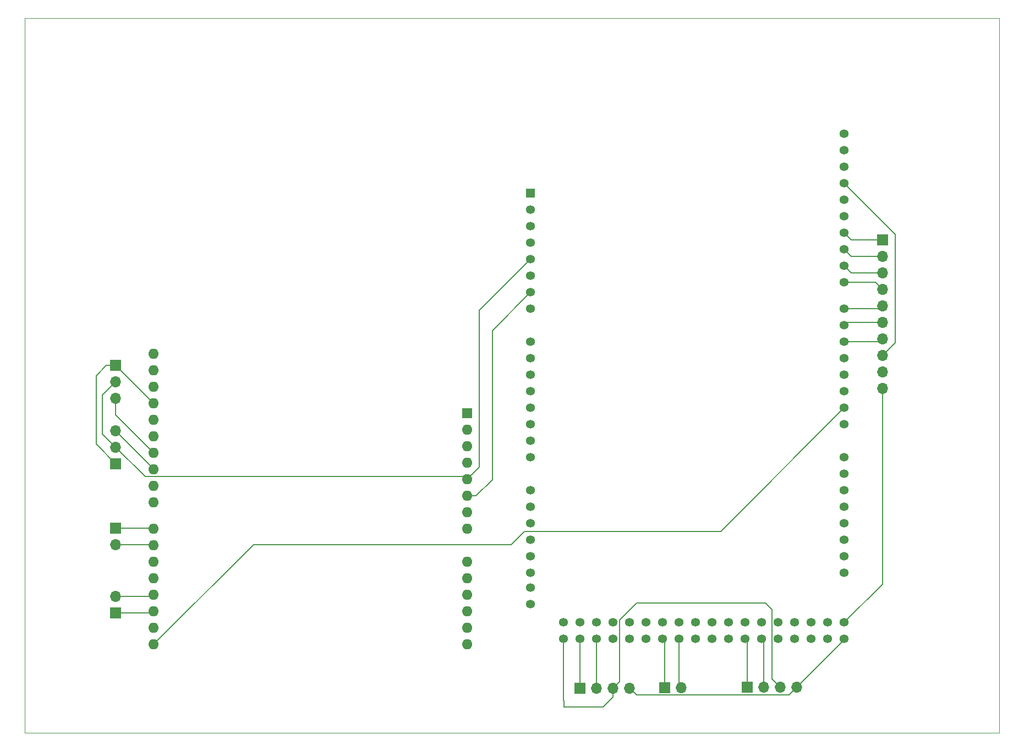
<source format=gbr>
%TF.GenerationSoftware,KiCad,Pcbnew,8.0.3*%
%TF.CreationDate,2024-07-17T21:27:30+08:00*%
%TF.ProjectId,prp_circuit_board,7072705f-6369-4726-9375-69745f626f61,rev?*%
%TF.SameCoordinates,Original*%
%TF.FileFunction,Profile,NP*%
%FSLAX46Y46*%
G04 Gerber Fmt 4.6, Leading zero omitted, Abs format (unit mm)*
G04 Created by KiCad (PCBNEW 8.0.3) date 2024-07-17 21:27:30*
%MOMM*%
%LPD*%
G01*
G04 APERTURE LIST*
%TA.AperFunction,Profile*%
%ADD10C,0.050000*%
%TD*%
%TA.AperFunction,ComponentPad*%
%ADD11R,1.700000X1.700000*%
%TD*%
%TA.AperFunction,ComponentPad*%
%ADD12O,1.700000X1.700000*%
%TD*%
%TA.AperFunction,ComponentPad*%
%ADD13C,1.358000*%
%TD*%
%TA.AperFunction,ComponentPad*%
%ADD14R,1.358000X1.358000*%
%TD*%
%TA.AperFunction,ComponentPad*%
%ADD15R,1.600000X1.600000*%
%TD*%
%TA.AperFunction,ComponentPad*%
%ADD16O,1.600000X1.600000*%
%TD*%
%TA.AperFunction,Conductor*%
%ADD17C,0.200000*%
%TD*%
G04 APERTURE END LIST*
D10*
X170000000Y-40000000D02*
X20000000Y-40000000D01*
X20000000Y-150000000D02*
X170000000Y-150000000D01*
X170000000Y-150000000D02*
X170000000Y-40000000D01*
X20000000Y-40000000D02*
X20000000Y-150000000D01*
D11*
%TO.P,VALVE1,1,Pin_1*%
%TO.N,Net-(VALVE1-Pin_1)*%
X105460000Y-143082826D03*
D12*
%TO.P,VALVE1,2,Pin_2*%
%TO.N,Net-(VALVE1-Pin_2)*%
X108000000Y-143082826D03*
%TO.P,VALVE1,3,Pin_3*%
%TO.N,GND*%
X110540000Y-143082826D03*
%TO.P,VALVE1,4,Pin_4*%
%TO.N,+5V*%
X113080000Y-143082826D03*
%TD*%
D11*
%TO.P,Receiver1,1,Pin_1*%
%TO.N,JOYSTICK_RIGHT_X*%
X152000000Y-74140000D03*
D12*
%TO.P,Receiver1,2,Pin_2*%
%TO.N,JOYSTICK_RIGHT_Y*%
X152000000Y-76680000D03*
%TO.P,Receiver1,3,Pin_3*%
%TO.N,JOYSTICK_LEFT_Y*%
X152000000Y-79220000D03*
%TO.P,Receiver1,4,Pin_4*%
%TO.N,JOYSTICK_LEFT_X*%
X152000000Y-81760000D03*
%TO.P,Receiver1,5,Pin_5*%
%TO.N,CH6_SIGNAL*%
X152000000Y-84300000D03*
%TO.P,Receiver1,6,Pin_6*%
%TO.N,PUMP_SIGNAL*%
X152000000Y-86840000D03*
%TO.P,Receiver1,7,Pin_7*%
%TO.N,ACTUATOR_SIGNAL*%
X152000000Y-89380000D03*
%TO.P,Receiver1,8,Pin_8*%
%TO.N,GND*%
X152000000Y-91920000D03*
%TO.P,Receiver1,9,Pin_9*%
%TO.N,unconnected-(Receiver1-Pin_9-Pad9)*%
X152000000Y-94460000D03*
%TO.P,Receiver1,10,Pin_10*%
%TO.N,+5V*%
X152000000Y-97000000D03*
%TD*%
D11*
%TO.P,L_PROP1,1,Pin_1*%
%TO.N,GND*%
X34000000Y-108540000D03*
D12*
%TO.P,L_PROP1,2,Pin_2*%
%TO.N,+5V*%
X34000000Y-106000000D03*
%TO.P,L_PROP1,3,Pin_3*%
%TO.N,Net-(A1-D10)*%
X34000000Y-103460000D03*
%TD*%
D13*
%TO.P,A2,VIN,VIN*%
%TO.N,unconnected-(A2-PadVIN)*%
X97870000Y-84740000D03*
%TO.P,A2,SDA,SDA*%
%TO.N,unconnected-(A2-PadSDA)*%
X146130000Y-60356000D03*
%TO.P,A2,SCL,SCL*%
%TO.N,unconnected-(A2-PadSCL)*%
X146130000Y-57816000D03*
%TO.P,A2,RESET,RESET*%
%TO.N,unconnected-(A2-PadRESET)*%
X97870000Y-72040000D03*
D14*
%TO.P,A2,NC,NC*%
%TO.N,unconnected-(A2-PadNC)*%
X97870000Y-66960000D03*
D13*
%TO.P,A2,IOREF,IOREF*%
%TO.N,unconnected-(A2-PadIOREF)*%
X97870000Y-69500000D03*
%TO.P,A2,GND5,GND5*%
%TO.N,GND*%
X102950000Y-135540000D03*
%TO.P,A2,GND4,GND4*%
X102950000Y-133000000D03*
%TO.P,A2,GND3,GND3*%
X146130000Y-65436000D03*
%TO.P,A2,GND2,GND2*%
X97870000Y-82200000D03*
%TO.P,A2,GND1,GND1*%
X97870000Y-79660000D03*
%TO.P,A2,AREF,AREF*%
%TO.N,unconnected-(A2-PadAREF)*%
X146130000Y-62896000D03*
%TO.P,A2,AD15,AD15*%
%TO.N,unconnected-(A2-PadAD15)*%
X97870000Y-130206000D03*
%TO.P,A2,AD14,AD14*%
%TO.N,unconnected-(A2-PadAD14)*%
X97870000Y-127666000D03*
%TO.P,A2,AD13,AD13*%
%TO.N,unconnected-(A2-PadAD13)*%
X97870000Y-125380000D03*
%TO.P,A2,AD12,AD12*%
%TO.N,unconnected-(A2-PadAD12)*%
X97870000Y-122840000D03*
%TO.P,A2,AD11,AD11*%
%TO.N,unconnected-(A2-PadAD11)*%
X97870000Y-120300000D03*
%TO.P,A2,AD10,AD10*%
%TO.N,unconnected-(A2-PadAD10)*%
X97870000Y-117760000D03*
%TO.P,A2,AD9,AD9*%
%TO.N,unconnected-(A2-PadAD9)*%
X97870000Y-115220000D03*
%TO.P,A2,AD8,AD8*%
%TO.N,unconnected-(A2-PadAD8)*%
X97870000Y-112680000D03*
%TO.P,A2,AD7,AD7*%
%TO.N,unconnected-(A2-PadAD7)*%
X97870000Y-107600000D03*
%TO.P,A2,AD6,AD6*%
%TO.N,unconnected-(A2-PadAD6)*%
X97870000Y-105060000D03*
%TO.P,A2,AD5,AD5*%
%TO.N,unconnected-(A2-PadAD5)*%
X97870000Y-102520000D03*
%TO.P,A2,AD4,AD4*%
%TO.N,unconnected-(A2-PadAD4)*%
X97870000Y-99980000D03*
%TO.P,A2,AD3,AD3*%
%TO.N,unconnected-(A2-PadAD3)*%
X97870000Y-97440000D03*
%TO.P,A2,AD2,AD2*%
%TO.N,unconnected-(A2-PadAD2)*%
X97870000Y-94900000D03*
%TO.P,A2,AD1,AD1*%
%TO.N,unconnected-(A2-PadAD1)*%
X97870000Y-92360000D03*
%TO.P,A2,AD0,AD0*%
%TO.N,unconnected-(A2-PadAD0)*%
X97870000Y-89820000D03*
%TO.P,A2,53,53*%
%TO.N,Net-(VALVE1-Pin_1)*%
X105490000Y-135540000D03*
%TO.P,A2,52,52*%
%TO.N,unconnected-(A2-Pad52)*%
X105490000Y-133000000D03*
%TO.P,A2,51,51*%
%TO.N,Net-(VALVE1-Pin_2)*%
X108030000Y-135540000D03*
%TO.P,A2,50,50*%
%TO.N,unconnected-(A2-Pad50)*%
X108030000Y-133000000D03*
%TO.P,A2,49,49*%
%TO.N,unconnected-(A2-Pad49)*%
X110570000Y-135540000D03*
%TO.P,A2,48,48*%
%TO.N,unconnected-(A2-Pad48)*%
X110570000Y-133000000D03*
%TO.P,A2,47,47*%
%TO.N,unconnected-(A2-Pad47)*%
X113110000Y-135540000D03*
%TO.P,A2,46,46*%
%TO.N,unconnected-(A2-Pad46)*%
X113110000Y-133000000D03*
%TO.P,A2,45,45*%
%TO.N,unconnected-(A2-Pad45)*%
X115650000Y-135540000D03*
%TO.P,A2,44,44*%
%TO.N,unconnected-(A2-Pad44)*%
X115650000Y-133000000D03*
%TO.P,A2,43,43*%
%TO.N,Net-(ACTUATOR1-Pin_1)*%
X118190000Y-135540000D03*
%TO.P,A2,42,42*%
%TO.N,unconnected-(A2-Pad42)*%
X118190000Y-133000000D03*
%TO.P,A2,41,41*%
%TO.N,Net-(ACTUATOR1-Pin_2)*%
X120730000Y-135540000D03*
%TO.P,A2,40,40*%
%TO.N,unconnected-(A2-Pad40)*%
X120730000Y-133000000D03*
%TO.P,A2,39,39*%
%TO.N,unconnected-(A2-Pad39)*%
X123270000Y-135540000D03*
%TO.P,A2,38,38*%
%TO.N,unconnected-(A2-Pad38)*%
X123270000Y-133000000D03*
%TO.P,A2,37,37*%
%TO.N,unconnected-(A2-Pad37)*%
X125810000Y-135540000D03*
%TO.P,A2,36,36*%
%TO.N,unconnected-(A2-Pad36)*%
X125810000Y-133000000D03*
%TO.P,A2,35,35*%
%TO.N,unconnected-(A2-Pad35)*%
X128350000Y-135540000D03*
%TO.P,A2,34,34*%
%TO.N,unconnected-(A2-Pad34)*%
X128350000Y-133000000D03*
%TO.P,A2,33,33*%
%TO.N,Net-(PUMPS1-Pin_1)*%
X130890000Y-135540000D03*
%TO.P,A2,32,32*%
%TO.N,unconnected-(A2-Pad32)*%
X130890000Y-133000000D03*
%TO.P,A2,31,31*%
%TO.N,Net-(PUMPS1-Pin_2)*%
X133430000Y-135540000D03*
%TO.P,A2,30,30*%
%TO.N,unconnected-(A2-Pad30)*%
X133430000Y-133000000D03*
%TO.P,A2,29,29*%
%TO.N,unconnected-(A2-Pad29)*%
X135970000Y-135540000D03*
%TO.P,A2,28,28*%
%TO.N,unconnected-(A2-Pad28)*%
X135970000Y-133000000D03*
%TO.P,A2,27,27*%
%TO.N,unconnected-(A2-Pad27)*%
X138510000Y-135540000D03*
%TO.P,A2,26,26*%
%TO.N,unconnected-(A2-Pad26)*%
X138510000Y-133000000D03*
%TO.P,A2,25,25*%
%TO.N,unconnected-(A2-Pad25)*%
X141050000Y-135540000D03*
%TO.P,A2,24,24*%
%TO.N,unconnected-(A2-Pad24)*%
X141050000Y-133000000D03*
%TO.P,A2,23,23*%
%TO.N,unconnected-(A2-Pad23)*%
X143590000Y-135540000D03*
%TO.P,A2,22,22*%
%TO.N,unconnected-(A2-Pad22)*%
X143590000Y-133000000D03*
%TO.P,A2,21,21*%
%TO.N,unconnected-(A2-Pad21)*%
X146130000Y-125380000D03*
%TO.P,A2,20,20*%
%TO.N,unconnected-(A2-Pad20)*%
X146130000Y-122840000D03*
%TO.P,A2,19,19*%
%TO.N,unconnected-(A2-Pad19)*%
X146130000Y-120300000D03*
%TO.P,A2,18,18*%
%TO.N,unconnected-(A2-Pad18)*%
X146130000Y-117760000D03*
%TO.P,A2,17,17*%
%TO.N,unconnected-(A2-Pad17)*%
X146130000Y-115220000D03*
%TO.P,A2,16,16*%
%TO.N,unconnected-(A2-Pad16)*%
X146130000Y-112680000D03*
%TO.P,A2,15,15*%
%TO.N,unconnected-(A2-Pad15)*%
X146130000Y-110140000D03*
%TO.P,A2,14,14*%
%TO.N,unconnected-(A2-Pad14)*%
X146130000Y-107600000D03*
%TO.P,A2,13,13*%
%TO.N,unconnected-(A2-Pad13)*%
X146130000Y-67976000D03*
%TO.P,A2,12,12*%
%TO.N,unconnected-(A2-Pad12)*%
X146130000Y-70516000D03*
%TO.P,A2,11,11*%
%TO.N,JOYSTICK_RIGHT_X*%
X146130000Y-73056000D03*
%TO.P,A2,10,10*%
%TO.N,JOYSTICK_RIGHT_Y*%
X146130000Y-75596000D03*
%TO.P,A2,9,9*%
%TO.N,JOYSTICK_LEFT_Y*%
X146130000Y-78136000D03*
%TO.P,A2,8,8*%
%TO.N,JOYSTICK_LEFT_X*%
X146130000Y-80676000D03*
%TO.P,A2,7,7*%
%TO.N,CH6_SIGNAL*%
X146130000Y-84740000D03*
%TO.P,A2,6,6*%
%TO.N,PUMP_SIGNAL*%
X146130000Y-87280000D03*
%TO.P,A2,5V_3,+5V_3*%
%TO.N,+5V*%
X146130000Y-135540000D03*
%TO.P,A2,5V_2,+5V_2*%
X146130000Y-133000000D03*
%TO.P,A2,5V_1,+5V_1*%
X97870000Y-77120000D03*
%TO.P,A2,5,5*%
%TO.N,ACTUATOR_SIGNAL*%
X146130000Y-89820000D03*
%TO.P,A2,4,4*%
%TO.N,unconnected-(A2-Pad4)*%
X146130000Y-92360000D03*
%TO.P,A2,3V3,+3V3*%
%TO.N,unconnected-(A2-+3V3-Pad3V3)*%
X97870000Y-74580000D03*
%TO.P,A2,3,3*%
%TO.N,unconnected-(A2-Pad3)*%
X146130000Y-94900000D03*
%TO.P,A2,2,2*%
%TO.N,unconnected-(A2-Pad2)*%
X146130000Y-97440000D03*
%TO.P,A2,1,1/TX*%
%TO.N,Net-(A1-D0{slash}RX)*%
X146130000Y-99980000D03*
%TO.P,A2,0,0/RX*%
%TO.N,unconnected-(A2-0{slash}RX-Pad0)*%
X146130000Y-102520000D03*
%TD*%
D11*
%TO.P,R_PROP1,1,Pin_1*%
%TO.N,GND*%
X34000000Y-93460000D03*
D12*
%TO.P,R_PROP1,2,Pin_2*%
%TO.N,+5V*%
X34000000Y-96000000D03*
%TO.P,R_PROP1,3,Pin_3*%
%TO.N,Net-(A1-D11)*%
X34000000Y-98540000D03*
%TD*%
D11*
%TO.P,L_TRACK1,1,Pin_1*%
%TO.N,Net-(A1-D2)*%
X34000000Y-131540000D03*
D12*
%TO.P,L_TRACK1,2,Pin_2*%
%TO.N,Net-(A1-D3)*%
X34000000Y-129000000D03*
%TD*%
D15*
%TO.P,A1,1,NC*%
%TO.N,unconnected-(A1-NC-Pad1)*%
X88130000Y-100825000D03*
D16*
%TO.P,A1,2,IOREF*%
%TO.N,unconnected-(A1-IOREF-Pad2)*%
X88130000Y-103365000D03*
%TO.P,A1,3,~{RESET}*%
%TO.N,unconnected-(A1-~{RESET}-Pad3)*%
X88130000Y-105905000D03*
%TO.P,A1,4,3V3*%
%TO.N,unconnected-(A1-3V3-Pad4)*%
X88130000Y-108445000D03*
%TO.P,A1,5,+5V*%
%TO.N,+5V*%
X88130000Y-110985000D03*
%TO.P,A1,6,GND*%
%TO.N,GND*%
X88130000Y-113525000D03*
%TO.P,A1,7,GND*%
%TO.N,unconnected-(A1-GND-Pad7)*%
X88130000Y-116065000D03*
%TO.P,A1,8,VIN*%
%TO.N,unconnected-(A1-VIN-Pad8)*%
X88130000Y-118605000D03*
%TO.P,A1,9,A0*%
%TO.N,unconnected-(A1-A0-Pad9)*%
X88130000Y-123685000D03*
%TO.P,A1,10,A1*%
%TO.N,unconnected-(A1-A1-Pad10)*%
X88130000Y-126225000D03*
%TO.P,A1,11,A2*%
%TO.N,unconnected-(A1-A2-Pad11)*%
X88130000Y-128765000D03*
%TO.P,A1,12,A3*%
%TO.N,unconnected-(A1-A3-Pad12)*%
X88130000Y-131305000D03*
%TO.P,A1,13,SDA/A4*%
%TO.N,unconnected-(A1-SDA{slash}A4-Pad13)*%
X88130000Y-133845000D03*
%TO.P,A1,14,SCL/A5*%
%TO.N,unconnected-(A1-SCL{slash}A5-Pad14)*%
X88130000Y-136385000D03*
%TO.P,A1,15,D0/RX*%
%TO.N,Net-(A1-D0{slash}RX)*%
X39870000Y-136385000D03*
%TO.P,A1,16,D1/TX*%
%TO.N,unconnected-(A1-D1{slash}TX-Pad16)*%
X39870000Y-133845000D03*
%TO.P,A1,17,D2*%
%TO.N,Net-(A1-D2)*%
X39870000Y-131305000D03*
%TO.P,A1,18,D3*%
%TO.N,Net-(A1-D3)*%
X39870000Y-128765000D03*
%TO.P,A1,19,D4*%
%TO.N,unconnected-(A1-D4-Pad19)*%
X39870000Y-126225000D03*
%TO.P,A1,20,D5*%
%TO.N,unconnected-(A1-D5-Pad20)*%
X39870000Y-123685000D03*
%TO.P,A1,21,D6*%
%TO.N,Net-(A1-D6)*%
X39870000Y-121145000D03*
%TO.P,A1,22,D7*%
%TO.N,Net-(A1-D7)*%
X39870000Y-118605000D03*
%TO.P,A1,23,D8*%
%TO.N,unconnected-(A1-D8-Pad23)*%
X39870000Y-114545000D03*
%TO.P,A1,24,D9*%
%TO.N,unconnected-(A1-D9-Pad24)*%
X39870000Y-112005000D03*
%TO.P,A1,25,D10*%
%TO.N,Net-(A1-D10)*%
X39870000Y-109465000D03*
%TO.P,A1,26,D11*%
%TO.N,Net-(A1-D11)*%
X39870000Y-106925000D03*
%TO.P,A1,27,D12*%
%TO.N,unconnected-(A1-D12-Pad27)*%
X39870000Y-104385000D03*
%TO.P,A1,28,D13*%
%TO.N,unconnected-(A1-D13-Pad28)*%
X39870000Y-101845000D03*
%TO.P,A1,29,GND*%
%TO.N,GND*%
X39870000Y-99305000D03*
%TO.P,A1,30,AREF*%
%TO.N,unconnected-(A1-AREF-Pad30)*%
X39870000Y-96765000D03*
%TO.P,A1,31,SDA/A4*%
%TO.N,unconnected-(A1-SDA{slash}A4-Pad31)*%
X39870000Y-94225000D03*
%TO.P,A1,32,SCL/A5*%
%TO.N,unconnected-(A1-SCL{slash}A5-Pad32)*%
X39870000Y-91685000D03*
%TD*%
D11*
%TO.P,R_TRACK1,1,Pin_1*%
%TO.N,Net-(A1-D7)*%
X34000000Y-118460000D03*
D12*
%TO.P,R_TRACK1,2,Pin_2*%
%TO.N,Net-(A1-D6)*%
X34000000Y-121000000D03*
%TD*%
D11*
%TO.P,PUMPS1,1,Pin_1*%
%TO.N,Net-(PUMPS1-Pin_1)*%
X131200000Y-142975000D03*
D12*
%TO.P,PUMPS1,2,Pin_2*%
%TO.N,Net-(PUMPS1-Pin_2)*%
X133740000Y-142975000D03*
%TO.P,PUMPS1,3,Pin_3*%
%TO.N,GND*%
X136280000Y-142975000D03*
%TO.P,PUMPS1,4,Pin_4*%
%TO.N,+5V*%
X138820000Y-142975000D03*
%TD*%
D11*
%TO.P,ACTUATOR1,1,Pin_1*%
%TO.N,Net-(ACTUATOR1-Pin_1)*%
X118460000Y-143000000D03*
D12*
%TO.P,ACTUATOR1,2,Pin_2*%
%TO.N,Net-(ACTUATOR1-Pin_2)*%
X121000000Y-143000000D03*
%TD*%
D11*
%TO.P,VALVE1,1,Pin_1*%
%TO.N,Net-(VALVE1-Pin_1)*%
X105460000Y-143082826D03*
D12*
%TO.P,VALVE1,2,Pin_2*%
%TO.N,Net-(VALVE1-Pin_2)*%
X108000000Y-143082826D03*
%TO.P,VALVE1,3,Pin_3*%
%TO.N,GND*%
X110540000Y-143082826D03*
%TO.P,VALVE1,4,Pin_4*%
%TO.N,+5V*%
X113080000Y-143082826D03*
%TD*%
D11*
%TO.P,Receiver1,1,Pin_1*%
%TO.N,JOYSTICK_RIGHT_X*%
X152000000Y-74140000D03*
D12*
%TO.P,Receiver1,2,Pin_2*%
%TO.N,JOYSTICK_RIGHT_Y*%
X152000000Y-76680000D03*
%TO.P,Receiver1,3,Pin_3*%
%TO.N,JOYSTICK_LEFT_Y*%
X152000000Y-79220000D03*
%TO.P,Receiver1,4,Pin_4*%
%TO.N,JOYSTICK_LEFT_X*%
X152000000Y-81760000D03*
%TO.P,Receiver1,5,Pin_5*%
%TO.N,CH6_SIGNAL*%
X152000000Y-84300000D03*
%TO.P,Receiver1,6,Pin_6*%
%TO.N,PUMP_SIGNAL*%
X152000000Y-86840000D03*
%TO.P,Receiver1,7,Pin_7*%
%TO.N,ACTUATOR_SIGNAL*%
X152000000Y-89380000D03*
%TO.P,Receiver1,8,Pin_8*%
%TO.N,GND*%
X152000000Y-91920000D03*
%TO.P,Receiver1,9,Pin_9*%
%TO.N,unconnected-(Receiver1-Pin_9-Pad9)*%
X152000000Y-94460000D03*
%TO.P,Receiver1,10,Pin_10*%
%TO.N,+5V*%
X152000000Y-97000000D03*
%TD*%
D11*
%TO.P,L_PROP1,1,Pin_1*%
%TO.N,GND*%
X34000000Y-108540000D03*
D12*
%TO.P,L_PROP1,2,Pin_2*%
%TO.N,+5V*%
X34000000Y-106000000D03*
%TO.P,L_PROP1,3,Pin_3*%
%TO.N,Net-(A1-D10)*%
X34000000Y-103460000D03*
%TD*%
D13*
%TO.P,A2,VIN,VIN*%
%TO.N,unconnected-(A2-PadVIN)*%
X97870000Y-84740000D03*
%TO.P,A2,SDA,SDA*%
%TO.N,unconnected-(A2-PadSDA)*%
X146130000Y-60356000D03*
%TO.P,A2,SCL,SCL*%
%TO.N,unconnected-(A2-PadSCL)*%
X146130000Y-57816000D03*
%TO.P,A2,RESET,RESET*%
%TO.N,unconnected-(A2-PadRESET)*%
X97870000Y-72040000D03*
D14*
%TO.P,A2,NC,NC*%
%TO.N,unconnected-(A2-PadNC)*%
X97870000Y-66960000D03*
D13*
%TO.P,A2,IOREF,IOREF*%
%TO.N,unconnected-(A2-PadIOREF)*%
X97870000Y-69500000D03*
%TO.P,A2,GND5,GND5*%
%TO.N,GND*%
X102950000Y-135540000D03*
%TO.P,A2,GND4,GND4*%
X102950000Y-133000000D03*
%TO.P,A2,GND3,GND3*%
X146130000Y-65436000D03*
%TO.P,A2,GND2,GND2*%
X97870000Y-82200000D03*
%TO.P,A2,GND1,GND1*%
X97870000Y-79660000D03*
%TO.P,A2,AREF,AREF*%
%TO.N,unconnected-(A2-PadAREF)*%
X146130000Y-62896000D03*
%TO.P,A2,AD15,AD15*%
%TO.N,unconnected-(A2-PadAD15)*%
X97870000Y-130206000D03*
%TO.P,A2,AD14,AD14*%
%TO.N,unconnected-(A2-PadAD14)*%
X97870000Y-127666000D03*
%TO.P,A2,AD13,AD13*%
%TO.N,unconnected-(A2-PadAD13)*%
X97870000Y-125380000D03*
%TO.P,A2,AD12,AD12*%
%TO.N,unconnected-(A2-PadAD12)*%
X97870000Y-122840000D03*
%TO.P,A2,AD11,AD11*%
%TO.N,unconnected-(A2-PadAD11)*%
X97870000Y-120300000D03*
%TO.P,A2,AD10,AD10*%
%TO.N,unconnected-(A2-PadAD10)*%
X97870000Y-117760000D03*
%TO.P,A2,AD9,AD9*%
%TO.N,unconnected-(A2-PadAD9)*%
X97870000Y-115220000D03*
%TO.P,A2,AD8,AD8*%
%TO.N,unconnected-(A2-PadAD8)*%
X97870000Y-112680000D03*
%TO.P,A2,AD7,AD7*%
%TO.N,unconnected-(A2-PadAD7)*%
X97870000Y-107600000D03*
%TO.P,A2,AD6,AD6*%
%TO.N,unconnected-(A2-PadAD6)*%
X97870000Y-105060000D03*
%TO.P,A2,AD5,AD5*%
%TO.N,unconnected-(A2-PadAD5)*%
X97870000Y-102520000D03*
%TO.P,A2,AD4,AD4*%
%TO.N,unconnected-(A2-PadAD4)*%
X97870000Y-99980000D03*
%TO.P,A2,AD3,AD3*%
%TO.N,unconnected-(A2-PadAD3)*%
X97870000Y-97440000D03*
%TO.P,A2,AD2,AD2*%
%TO.N,unconnected-(A2-PadAD2)*%
X97870000Y-94900000D03*
%TO.P,A2,AD1,AD1*%
%TO.N,unconnected-(A2-PadAD1)*%
X97870000Y-92360000D03*
%TO.P,A2,AD0,AD0*%
%TO.N,unconnected-(A2-PadAD0)*%
X97870000Y-89820000D03*
%TO.P,A2,53,53*%
%TO.N,Net-(VALVE1-Pin_1)*%
X105490000Y-135540000D03*
%TO.P,A2,52,52*%
%TO.N,unconnected-(A2-Pad52)*%
X105490000Y-133000000D03*
%TO.P,A2,51,51*%
%TO.N,Net-(VALVE1-Pin_2)*%
X108030000Y-135540000D03*
%TO.P,A2,50,50*%
%TO.N,unconnected-(A2-Pad50)*%
X108030000Y-133000000D03*
%TO.P,A2,49,49*%
%TO.N,unconnected-(A2-Pad49)*%
X110570000Y-135540000D03*
%TO.P,A2,48,48*%
%TO.N,unconnected-(A2-Pad48)*%
X110570000Y-133000000D03*
%TO.P,A2,47,47*%
%TO.N,unconnected-(A2-Pad47)*%
X113110000Y-135540000D03*
%TO.P,A2,46,46*%
%TO.N,unconnected-(A2-Pad46)*%
X113110000Y-133000000D03*
%TO.P,A2,45,45*%
%TO.N,unconnected-(A2-Pad45)*%
X115650000Y-135540000D03*
%TO.P,A2,44,44*%
%TO.N,unconnected-(A2-Pad44)*%
X115650000Y-133000000D03*
%TO.P,A2,43,43*%
%TO.N,Net-(ACTUATOR1-Pin_1)*%
X118190000Y-135540000D03*
%TO.P,A2,42,42*%
%TO.N,unconnected-(A2-Pad42)*%
X118190000Y-133000000D03*
%TO.P,A2,41,41*%
%TO.N,Net-(ACTUATOR1-Pin_2)*%
X120730000Y-135540000D03*
%TO.P,A2,40,40*%
%TO.N,unconnected-(A2-Pad40)*%
X120730000Y-133000000D03*
%TO.P,A2,39,39*%
%TO.N,unconnected-(A2-Pad39)*%
X123270000Y-135540000D03*
%TO.P,A2,38,38*%
%TO.N,unconnected-(A2-Pad38)*%
X123270000Y-133000000D03*
%TO.P,A2,37,37*%
%TO.N,unconnected-(A2-Pad37)*%
X125810000Y-135540000D03*
%TO.P,A2,36,36*%
%TO.N,unconnected-(A2-Pad36)*%
X125810000Y-133000000D03*
%TO.P,A2,35,35*%
%TO.N,unconnected-(A2-Pad35)*%
X128350000Y-135540000D03*
%TO.P,A2,34,34*%
%TO.N,unconnected-(A2-Pad34)*%
X128350000Y-133000000D03*
%TO.P,A2,33,33*%
%TO.N,Net-(PUMPS1-Pin_1)*%
X130890000Y-135540000D03*
%TO.P,A2,32,32*%
%TO.N,unconnected-(A2-Pad32)*%
X130890000Y-133000000D03*
%TO.P,A2,31,31*%
%TO.N,Net-(PUMPS1-Pin_2)*%
X133430000Y-135540000D03*
%TO.P,A2,30,30*%
%TO.N,unconnected-(A2-Pad30)*%
X133430000Y-133000000D03*
%TO.P,A2,29,29*%
%TO.N,unconnected-(A2-Pad29)*%
X135970000Y-135540000D03*
%TO.P,A2,28,28*%
%TO.N,unconnected-(A2-Pad28)*%
X135970000Y-133000000D03*
%TO.P,A2,27,27*%
%TO.N,unconnected-(A2-Pad27)*%
X138510000Y-135540000D03*
%TO.P,A2,26,26*%
%TO.N,unconnected-(A2-Pad26)*%
X138510000Y-133000000D03*
%TO.P,A2,25,25*%
%TO.N,unconnected-(A2-Pad25)*%
X141050000Y-135540000D03*
%TO.P,A2,24,24*%
%TO.N,unconnected-(A2-Pad24)*%
X141050000Y-133000000D03*
%TO.P,A2,23,23*%
%TO.N,unconnected-(A2-Pad23)*%
X143590000Y-135540000D03*
%TO.P,A2,22,22*%
%TO.N,unconnected-(A2-Pad22)*%
X143590000Y-133000000D03*
%TO.P,A2,21,21*%
%TO.N,unconnected-(A2-Pad21)*%
X146130000Y-125380000D03*
%TO.P,A2,20,20*%
%TO.N,unconnected-(A2-Pad20)*%
X146130000Y-122840000D03*
%TO.P,A2,19,19*%
%TO.N,unconnected-(A2-Pad19)*%
X146130000Y-120300000D03*
%TO.P,A2,18,18*%
%TO.N,unconnected-(A2-Pad18)*%
X146130000Y-117760000D03*
%TO.P,A2,17,17*%
%TO.N,unconnected-(A2-Pad17)*%
X146130000Y-115220000D03*
%TO.P,A2,16,16*%
%TO.N,unconnected-(A2-Pad16)*%
X146130000Y-112680000D03*
%TO.P,A2,15,15*%
%TO.N,unconnected-(A2-Pad15)*%
X146130000Y-110140000D03*
%TO.P,A2,14,14*%
%TO.N,unconnected-(A2-Pad14)*%
X146130000Y-107600000D03*
%TO.P,A2,13,13*%
%TO.N,unconnected-(A2-Pad13)*%
X146130000Y-67976000D03*
%TO.P,A2,12,12*%
%TO.N,unconnected-(A2-Pad12)*%
X146130000Y-70516000D03*
%TO.P,A2,11,11*%
%TO.N,JOYSTICK_RIGHT_X*%
X146130000Y-73056000D03*
%TO.P,A2,10,10*%
%TO.N,JOYSTICK_RIGHT_Y*%
X146130000Y-75596000D03*
%TO.P,A2,9,9*%
%TO.N,JOYSTICK_LEFT_Y*%
X146130000Y-78136000D03*
%TO.P,A2,8,8*%
%TO.N,JOYSTICK_LEFT_X*%
X146130000Y-80676000D03*
%TO.P,A2,7,7*%
%TO.N,CH6_SIGNAL*%
X146130000Y-84740000D03*
%TO.P,A2,6,6*%
%TO.N,PUMP_SIGNAL*%
X146130000Y-87280000D03*
%TO.P,A2,5V_3,+5V_3*%
%TO.N,+5V*%
X146130000Y-135540000D03*
%TO.P,A2,5V_2,+5V_2*%
X146130000Y-133000000D03*
%TO.P,A2,5V_1,+5V_1*%
X97870000Y-77120000D03*
%TO.P,A2,5,5*%
%TO.N,ACTUATOR_SIGNAL*%
X146130000Y-89820000D03*
%TO.P,A2,4,4*%
%TO.N,unconnected-(A2-Pad4)*%
X146130000Y-92360000D03*
%TO.P,A2,3V3,+3V3*%
%TO.N,unconnected-(A2-+3V3-Pad3V3)*%
X97870000Y-74580000D03*
%TO.P,A2,3,3*%
%TO.N,unconnected-(A2-Pad3)*%
X146130000Y-94900000D03*
%TO.P,A2,2,2*%
%TO.N,unconnected-(A2-Pad2)*%
X146130000Y-97440000D03*
%TO.P,A2,1,1/TX*%
%TO.N,Net-(A1-D0{slash}RX)*%
X146130000Y-99980000D03*
%TO.P,A2,0,0/RX*%
%TO.N,unconnected-(A2-0{slash}RX-Pad0)*%
X146130000Y-102520000D03*
%TD*%
D11*
%TO.P,R_PROP1,1,Pin_1*%
%TO.N,GND*%
X34000000Y-93460000D03*
D12*
%TO.P,R_PROP1,2,Pin_2*%
%TO.N,+5V*%
X34000000Y-96000000D03*
%TO.P,R_PROP1,3,Pin_3*%
%TO.N,Net-(A1-D11)*%
X34000000Y-98540000D03*
%TD*%
D11*
%TO.P,L_TRACK1,1,Pin_1*%
%TO.N,Net-(A1-D2)*%
X34000000Y-131540000D03*
D12*
%TO.P,L_TRACK1,2,Pin_2*%
%TO.N,Net-(A1-D3)*%
X34000000Y-129000000D03*
%TD*%
D15*
%TO.P,A1,1,NC*%
%TO.N,unconnected-(A1-NC-Pad1)*%
X88130000Y-100825000D03*
D16*
%TO.P,A1,2,IOREF*%
%TO.N,unconnected-(A1-IOREF-Pad2)*%
X88130000Y-103365000D03*
%TO.P,A1,3,~{RESET}*%
%TO.N,unconnected-(A1-~{RESET}-Pad3)*%
X88130000Y-105905000D03*
%TO.P,A1,4,3V3*%
%TO.N,unconnected-(A1-3V3-Pad4)*%
X88130000Y-108445000D03*
%TO.P,A1,5,+5V*%
%TO.N,+5V*%
X88130000Y-110985000D03*
%TO.P,A1,6,GND*%
%TO.N,GND*%
X88130000Y-113525000D03*
%TO.P,A1,7,GND*%
%TO.N,unconnected-(A1-GND-Pad7)*%
X88130000Y-116065000D03*
%TO.P,A1,8,VIN*%
%TO.N,unconnected-(A1-VIN-Pad8)*%
X88130000Y-118605000D03*
%TO.P,A1,9,A0*%
%TO.N,unconnected-(A1-A0-Pad9)*%
X88130000Y-123685000D03*
%TO.P,A1,10,A1*%
%TO.N,unconnected-(A1-A1-Pad10)*%
X88130000Y-126225000D03*
%TO.P,A1,11,A2*%
%TO.N,unconnected-(A1-A2-Pad11)*%
X88130000Y-128765000D03*
%TO.P,A1,12,A3*%
%TO.N,unconnected-(A1-A3-Pad12)*%
X88130000Y-131305000D03*
%TO.P,A1,13,SDA/A4*%
%TO.N,unconnected-(A1-SDA{slash}A4-Pad13)*%
X88130000Y-133845000D03*
%TO.P,A1,14,SCL/A5*%
%TO.N,unconnected-(A1-SCL{slash}A5-Pad14)*%
X88130000Y-136385000D03*
%TO.P,A1,15,D0/RX*%
%TO.N,Net-(A1-D0{slash}RX)*%
X39870000Y-136385000D03*
%TO.P,A1,16,D1/TX*%
%TO.N,unconnected-(A1-D1{slash}TX-Pad16)*%
X39870000Y-133845000D03*
%TO.P,A1,17,D2*%
%TO.N,Net-(A1-D2)*%
X39870000Y-131305000D03*
%TO.P,A1,18,D3*%
%TO.N,Net-(A1-D3)*%
X39870000Y-128765000D03*
%TO.P,A1,19,D4*%
%TO.N,unconnected-(A1-D4-Pad19)*%
X39870000Y-126225000D03*
%TO.P,A1,20,D5*%
%TO.N,unconnected-(A1-D5-Pad20)*%
X39870000Y-123685000D03*
%TO.P,A1,21,D6*%
%TO.N,Net-(A1-D6)*%
X39870000Y-121145000D03*
%TO.P,A1,22,D7*%
%TO.N,Net-(A1-D7)*%
X39870000Y-118605000D03*
%TO.P,A1,23,D8*%
%TO.N,unconnected-(A1-D8-Pad23)*%
X39870000Y-114545000D03*
%TO.P,A1,24,D9*%
%TO.N,unconnected-(A1-D9-Pad24)*%
X39870000Y-112005000D03*
%TO.P,A1,25,D10*%
%TO.N,Net-(A1-D10)*%
X39870000Y-109465000D03*
%TO.P,A1,26,D11*%
%TO.N,Net-(A1-D11)*%
X39870000Y-106925000D03*
%TO.P,A1,27,D12*%
%TO.N,unconnected-(A1-D12-Pad27)*%
X39870000Y-104385000D03*
%TO.P,A1,28,D13*%
%TO.N,unconnected-(A1-D13-Pad28)*%
X39870000Y-101845000D03*
%TO.P,A1,29,GND*%
%TO.N,GND*%
X39870000Y-99305000D03*
%TO.P,A1,30,AREF*%
%TO.N,unconnected-(A1-AREF-Pad30)*%
X39870000Y-96765000D03*
%TO.P,A1,31,SDA/A4*%
%TO.N,unconnected-(A1-SDA{slash}A4-Pad31)*%
X39870000Y-94225000D03*
%TO.P,A1,32,SCL/A5*%
%TO.N,unconnected-(A1-SCL{slash}A5-Pad32)*%
X39870000Y-91685000D03*
%TD*%
D11*
%TO.P,R_TRACK1,1,Pin_1*%
%TO.N,Net-(A1-D7)*%
X34000000Y-118460000D03*
D12*
%TO.P,R_TRACK1,2,Pin_2*%
%TO.N,Net-(A1-D6)*%
X34000000Y-121000000D03*
%TD*%
D11*
%TO.P,PUMPS1,1,Pin_1*%
%TO.N,Net-(PUMPS1-Pin_1)*%
X131200000Y-142975000D03*
D12*
%TO.P,PUMPS1,2,Pin_2*%
%TO.N,Net-(PUMPS1-Pin_2)*%
X133740000Y-142975000D03*
%TO.P,PUMPS1,3,Pin_3*%
%TO.N,GND*%
X136280000Y-142975000D03*
%TO.P,PUMPS1,4,Pin_4*%
%TO.N,+5V*%
X138820000Y-142975000D03*
%TD*%
D11*
%TO.P,ACTUATOR1,1,Pin_1*%
%TO.N,Net-(ACTUATOR1-Pin_1)*%
X118460000Y-143000000D03*
D12*
%TO.P,ACTUATOR1,2,Pin_2*%
%TO.N,Net-(ACTUATOR1-Pin_2)*%
X121000000Y-143000000D03*
%TD*%
D17*
%TO.N,GND*%
X111549000Y-142073826D02*
X110540000Y-143082826D01*
X111549000Y-132594484D02*
X111549000Y-142073826D01*
X134991000Y-130991000D02*
X134000000Y-130000000D01*
X114143484Y-130000000D02*
X111549000Y-132594484D01*
X134991000Y-141686000D02*
X134991000Y-130991000D01*
X136280000Y-142975000D02*
X134991000Y-141686000D01*
X134000000Y-130000000D02*
X114143484Y-130000000D01*
%TO.N,+5V*%
X137645000Y-144150000D02*
X138820000Y-142975000D01*
X114147174Y-144150000D02*
X137645000Y-144150000D01*
X113080000Y-143082826D02*
X114147174Y-144150000D01*
%TO.N,GND*%
X103000000Y-146000000D02*
X103000000Y-145000000D01*
X109000000Y-146000000D02*
X103000000Y-146000000D01*
X102950000Y-144950000D02*
X102950000Y-135540000D01*
X110540000Y-144460000D02*
X109000000Y-146000000D01*
X110540000Y-143082826D02*
X110540000Y-144460000D01*
X103000000Y-145000000D02*
X102950000Y-144950000D01*
%TO.N,Net-(VALVE1-Pin_2)*%
X108000000Y-143082826D02*
X108000000Y-135570000D01*
X108000000Y-135570000D02*
X108030000Y-135540000D01*
%TO.N,Net-(VALVE1-Pin_1)*%
X105460000Y-135570000D02*
X105490000Y-135540000D01*
X105460000Y-143082826D02*
X105460000Y-135570000D01*
%TO.N,+5V*%
X146000000Y-135670000D02*
X146130000Y-135540000D01*
%TO.N,Net-(A1-D6)*%
X39725000Y-121000000D02*
X39870000Y-121145000D01*
X34000000Y-121000000D02*
X39725000Y-121000000D01*
%TO.N,Net-(A1-D2)*%
X39635000Y-131540000D02*
X39870000Y-131305000D01*
X34000000Y-131540000D02*
X39635000Y-131540000D01*
%TO.N,Net-(A1-D3)*%
X34000000Y-129000000D02*
X39635000Y-129000000D01*
X39635000Y-129000000D02*
X39870000Y-128765000D01*
%TO.N,Net-(A1-D11)*%
X34000000Y-98540000D02*
X34000000Y-101055000D01*
X34000000Y-101055000D02*
X39870000Y-106925000D01*
%TO.N,Net-(A1-D7)*%
X34000000Y-118460000D02*
X39725000Y-118460000D01*
X39725000Y-118460000D02*
X39870000Y-118605000D01*
%TO.N,+5V*%
X87710000Y-110565000D02*
X88130000Y-110985000D01*
X152000000Y-127130000D02*
X146130000Y-133000000D01*
X152000000Y-97000000D02*
X152000000Y-127130000D01*
X138820000Y-142975000D02*
X146130000Y-135665000D01*
X90000000Y-109115000D02*
X90000000Y-84990000D01*
X90000000Y-84990000D02*
X97870000Y-77120000D01*
X32000000Y-104000000D02*
X34000000Y-106000000D01*
X88130000Y-110985000D02*
X90000000Y-109115000D01*
X32000000Y-98000000D02*
X32000000Y-104000000D01*
X34000000Y-106000000D02*
X38565000Y-110565000D01*
X38565000Y-110565000D02*
X87710000Y-110565000D01*
X34000000Y-96000000D02*
X32000000Y-98000000D01*
X138820000Y-142850000D02*
X138820000Y-142975000D01*
X146130000Y-135665000D02*
X146130000Y-135540000D01*
%TO.N,Net-(A1-D10)*%
X34000000Y-103460000D02*
X39870000Y-109330000D01*
X39870000Y-109330000D02*
X39870000Y-109465000D01*
%TO.N,Net-(A1-D0{slash}RX)*%
X94892742Y-121000000D02*
X96892742Y-119000000D01*
X55255000Y-121000000D02*
X94892742Y-121000000D01*
X39870000Y-136385000D02*
X55255000Y-121000000D01*
X127110000Y-119000000D02*
X146130000Y-99980000D01*
X96892742Y-119000000D02*
X127110000Y-119000000D01*
%TO.N,JOYSTICK_RIGHT_Y*%
X147214000Y-76680000D02*
X146130000Y-75596000D01*
X152000000Y-76680000D02*
X147214000Y-76680000D01*
%TO.N,ACTUATOR_SIGNAL*%
X151560000Y-89820000D02*
X152000000Y-89380000D01*
X146130000Y-89820000D02*
X151560000Y-89820000D01*
%TO.N,CH6_SIGNAL*%
X151560000Y-84740000D02*
X152000000Y-84300000D01*
X146130000Y-84740000D02*
X151560000Y-84740000D01*
%TO.N,JOYSTICK_LEFT_X*%
X152000000Y-81760000D02*
X150916000Y-80676000D01*
X150916000Y-80676000D02*
X146130000Y-80676000D01*
%TO.N,JOYSTICK_LEFT_Y*%
X152000000Y-79220000D02*
X147214000Y-79220000D01*
X147214000Y-79220000D02*
X146130000Y-78136000D01*
%TO.N,Net-(PUMPS1-Pin_1)*%
X131200000Y-135850000D02*
X130890000Y-135540000D01*
X131200000Y-142975000D02*
X131200000Y-135850000D01*
%TO.N,PUMP_SIGNAL*%
X152000000Y-86840000D02*
X146570000Y-86840000D01*
X146570000Y-86840000D02*
X146130000Y-87280000D01*
%TO.N,Net-(PUMPS1-Pin_2)*%
X133740000Y-135850000D02*
X133430000Y-135540000D01*
X133740000Y-142975000D02*
X133740000Y-135850000D01*
%TO.N,JOYSTICK_RIGHT_X*%
X147214000Y-74140000D02*
X146130000Y-73056000D01*
X152000000Y-74140000D02*
X147214000Y-74140000D01*
%TO.N,GND*%
X154000000Y-73306000D02*
X154000000Y-89920000D01*
X34000000Y-108540000D02*
X31000000Y-105540000D01*
X31000000Y-95000000D02*
X32540000Y-93460000D01*
X32540000Y-93460000D02*
X34000000Y-93460000D01*
X34025000Y-93460000D02*
X34000000Y-93460000D01*
X154000000Y-89920000D02*
X152000000Y-91920000D01*
X92000000Y-111000000D02*
X89475000Y-113525000D01*
X39870000Y-99305000D02*
X34025000Y-93460000D01*
X31000000Y-105540000D02*
X31000000Y-95000000D01*
X89475000Y-113525000D02*
X88130000Y-113525000D01*
X97870000Y-82200000D02*
X92000000Y-88070000D01*
X146130000Y-65436000D02*
X154000000Y-73306000D01*
X92000000Y-88070000D02*
X92000000Y-111000000D01*
%TO.N,Net-(ACTUATOR1-Pin_2)*%
X120730000Y-135540000D02*
X120730000Y-142730000D01*
X120730000Y-142730000D02*
X121000000Y-143000000D01*
%TO.N,Net-(ACTUATOR1-Pin_1)*%
X118460000Y-135810000D02*
X118190000Y-135540000D01*
X118460000Y-143000000D02*
X118460000Y-135810000D01*
%TD*%
M02*

</source>
